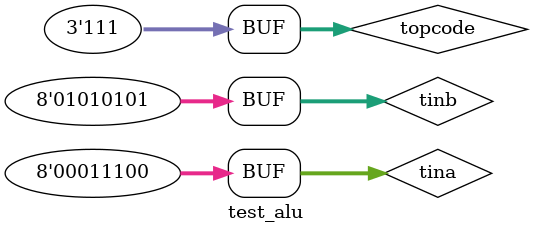
<source format=v>
module full_adder_1b (input a, b, cin, output sum, cout);
assign sum = a ^ b ^ cin;
assign cout = (a & b) | (a & cin) | (b & cin);
endmodule

module a_s_8b (a8,b8,s,sum8,cout8);
input [7:0] a8,b8;
input s;
output [7:0] sum8;
output cout8;

wire [6:0] cin8;

full_adder_1b g0 (.a(a8[0]) , .b(s^b8[0]) , .cin(s)       , .sum(sum8[0]) , .cout(cin8[0]));
full_adder_1b g1 (.a(a8[1]) , .b(s^b8[1]) , .cin(cin8[0]) , .sum(sum8[1]) , .cout(cin8[1]));
full_adder_1b g2 (.a(a8[2]) , .b(s^b8[2]) , .cin(cin8[1]) , .sum(sum8[2]) , .cout(cin8[2]));
full_adder_1b g3 (.a(a8[3]) , .b(s^b8[3]) , .cin(cin8[2]) , .sum(sum8[3]) , .cout(cin8[3]));
full_adder_1b g4 (.a(a8[4]) , .b(s^b8[4]) , .cin(cin8[3]) , .sum(sum8[4]) , .cout(cin8[4]));
full_adder_1b g5 (.a(a8[5]) , .b(s^b8[5]) , .cin(cin8[4]) , .sum(sum8[5]) , .cout(cin8[5]));
full_adder_1b g6 (.a(a8[6]) , .b(s^b8[6]) , .cin(cin8[5]) , .sum(sum8[6]) , .cout(cin8[6]));
full_adder_1b g7 (.a(a8[7]) , .b(s^b8[7]) , .cin(cin8[6]) , .sum(sum8[7]) , .cout(cout8));

endmodule



module alu(ina,inb , opcode, carry_flag , zero_flag, out, cout);
input [7:0] ina,inb;
input [2:0] opcode;
output [7:0] out;
output cout;
output carry_flag,zero_flag;

reg [7:0] z;
wire [7:0] z1;
wire c;
a_s_8b g0(.a8(ina) , .b8(inb) , .s(opcode[0]) , .sum8(z1) , .cout8(c) );


assign zero_flag= (ina  == 8'b00000000) & (inb == 8'b00000000);
assign carry_flag = ina > inb;


always @( ina, inb , opcode)
case (opcode)

3'b000 : z=z1;
3'b001 : z=z1;
3'b010 : z= ina & inb;
3'b011 : z= ina | inb;

3'b100 : z= ina ^ inb;
3'b101 : z= ina > inb;
3'b110 : z= ina << 1;
3'b111 : z= inb << 1;

default : z= 8'b00000000;

endcase

assign out=z;
assign cout =c;


endmodule


module test_alu ;

reg [7:0] tina,tinb;
reg [2:0] topcode;
wire[7:0] tout;
wire tcout,tcarry_flag,t_zero_flag;


alu t(.ina(tina) , .inb(tinb) , .opcode(topcode) , .carry_flag(tcarry_flag) , .zero_flag(t_zero_flag) , .out(tout) ,.cout(tcout) );

initial

begin
tina= 8'b01010101; tinb= 8'b00011100;
topcode= 3'b000;

#100; topcode=3'b001;

#100; topcode=3'b010;
#100;
tinb= 8'b01010101; tina= 8'b00011100;
topcode= 3'b011;
#100;
tinb= 8'b01010101; tina= 8'b00011100;
topcode= 3'b100;

#100; topcode=3'b101;
#100; topcode=3'b110;
#100; topcode=3'b111;


end

endmodule
</source>
